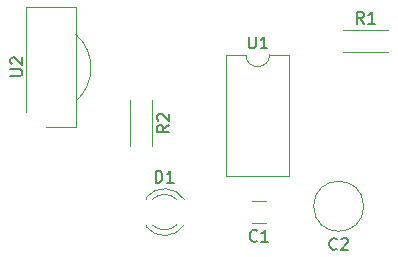
<source format=gbr>
%TF.GenerationSoftware,KiCad,Pcbnew,9.0.0*%
%TF.CreationDate,2025-03-14T20:33:42+05:30*%
%TF.ProjectId,ir-switch,69722d73-7769-4746-9368-2e6b69636164,rev?*%
%TF.SameCoordinates,Original*%
%TF.FileFunction,Legend,Top*%
%TF.FilePolarity,Positive*%
%FSLAX46Y46*%
G04 Gerber Fmt 4.6, Leading zero omitted, Abs format (unit mm)*
G04 Created by KiCad (PCBNEW 9.0.0) date 2025-03-14 20:33:42*
%MOMM*%
%LPD*%
G01*
G04 APERTURE LIST*
%ADD10C,0.150000*%
%ADD11C,0.120000*%
G04 APERTURE END LIST*
D10*
X138833333Y-88409580D02*
X138785714Y-88457200D01*
X138785714Y-88457200D02*
X138642857Y-88504819D01*
X138642857Y-88504819D02*
X138547619Y-88504819D01*
X138547619Y-88504819D02*
X138404762Y-88457200D01*
X138404762Y-88457200D02*
X138309524Y-88361961D01*
X138309524Y-88361961D02*
X138261905Y-88266723D01*
X138261905Y-88266723D02*
X138214286Y-88076247D01*
X138214286Y-88076247D02*
X138214286Y-87933390D01*
X138214286Y-87933390D02*
X138261905Y-87742914D01*
X138261905Y-87742914D02*
X138309524Y-87647676D01*
X138309524Y-87647676D02*
X138404762Y-87552438D01*
X138404762Y-87552438D02*
X138547619Y-87504819D01*
X138547619Y-87504819D02*
X138642857Y-87504819D01*
X138642857Y-87504819D02*
X138785714Y-87552438D01*
X138785714Y-87552438D02*
X138833333Y-87600057D01*
X139785714Y-88504819D02*
X139214286Y-88504819D01*
X139500000Y-88504819D02*
X139500000Y-87504819D01*
X139500000Y-87504819D02*
X139404762Y-87647676D01*
X139404762Y-87647676D02*
X139309524Y-87742914D01*
X139309524Y-87742914D02*
X139214286Y-87790533D01*
X145583333Y-89109580D02*
X145535714Y-89157200D01*
X145535714Y-89157200D02*
X145392857Y-89204819D01*
X145392857Y-89204819D02*
X145297619Y-89204819D01*
X145297619Y-89204819D02*
X145154762Y-89157200D01*
X145154762Y-89157200D02*
X145059524Y-89061961D01*
X145059524Y-89061961D02*
X145011905Y-88966723D01*
X145011905Y-88966723D02*
X144964286Y-88776247D01*
X144964286Y-88776247D02*
X144964286Y-88633390D01*
X144964286Y-88633390D02*
X145011905Y-88442914D01*
X145011905Y-88442914D02*
X145059524Y-88347676D01*
X145059524Y-88347676D02*
X145154762Y-88252438D01*
X145154762Y-88252438D02*
X145297619Y-88204819D01*
X145297619Y-88204819D02*
X145392857Y-88204819D01*
X145392857Y-88204819D02*
X145535714Y-88252438D01*
X145535714Y-88252438D02*
X145583333Y-88300057D01*
X145964286Y-88300057D02*
X146011905Y-88252438D01*
X146011905Y-88252438D02*
X146107143Y-88204819D01*
X146107143Y-88204819D02*
X146345238Y-88204819D01*
X146345238Y-88204819D02*
X146440476Y-88252438D01*
X146440476Y-88252438D02*
X146488095Y-88300057D01*
X146488095Y-88300057D02*
X146535714Y-88395295D01*
X146535714Y-88395295D02*
X146535714Y-88490533D01*
X146535714Y-88490533D02*
X146488095Y-88633390D01*
X146488095Y-88633390D02*
X145916667Y-89204819D01*
X145916667Y-89204819D02*
X146535714Y-89204819D01*
X130261905Y-83494819D02*
X130261905Y-82494819D01*
X130261905Y-82494819D02*
X130500000Y-82494819D01*
X130500000Y-82494819D02*
X130642857Y-82542438D01*
X130642857Y-82542438D02*
X130738095Y-82637676D01*
X130738095Y-82637676D02*
X130785714Y-82732914D01*
X130785714Y-82732914D02*
X130833333Y-82923390D01*
X130833333Y-82923390D02*
X130833333Y-83066247D01*
X130833333Y-83066247D02*
X130785714Y-83256723D01*
X130785714Y-83256723D02*
X130738095Y-83351961D01*
X130738095Y-83351961D02*
X130642857Y-83447200D01*
X130642857Y-83447200D02*
X130500000Y-83494819D01*
X130500000Y-83494819D02*
X130261905Y-83494819D01*
X131785714Y-83494819D02*
X131214286Y-83494819D01*
X131500000Y-83494819D02*
X131500000Y-82494819D01*
X131500000Y-82494819D02*
X131404762Y-82637676D01*
X131404762Y-82637676D02*
X131309524Y-82732914D01*
X131309524Y-82732914D02*
X131214286Y-82780533D01*
X117954819Y-74461904D02*
X118764342Y-74461904D01*
X118764342Y-74461904D02*
X118859580Y-74414285D01*
X118859580Y-74414285D02*
X118907200Y-74366666D01*
X118907200Y-74366666D02*
X118954819Y-74271428D01*
X118954819Y-74271428D02*
X118954819Y-74080952D01*
X118954819Y-74080952D02*
X118907200Y-73985714D01*
X118907200Y-73985714D02*
X118859580Y-73938095D01*
X118859580Y-73938095D02*
X118764342Y-73890476D01*
X118764342Y-73890476D02*
X117954819Y-73890476D01*
X118050057Y-73461904D02*
X118002438Y-73414285D01*
X118002438Y-73414285D02*
X117954819Y-73319047D01*
X117954819Y-73319047D02*
X117954819Y-73080952D01*
X117954819Y-73080952D02*
X118002438Y-72985714D01*
X118002438Y-72985714D02*
X118050057Y-72938095D01*
X118050057Y-72938095D02*
X118145295Y-72890476D01*
X118145295Y-72890476D02*
X118240533Y-72890476D01*
X118240533Y-72890476D02*
X118383390Y-72938095D01*
X118383390Y-72938095D02*
X118954819Y-73509523D01*
X118954819Y-73509523D02*
X118954819Y-72890476D01*
X138138095Y-71134819D02*
X138138095Y-71944342D01*
X138138095Y-71944342D02*
X138185714Y-72039580D01*
X138185714Y-72039580D02*
X138233333Y-72087200D01*
X138233333Y-72087200D02*
X138328571Y-72134819D01*
X138328571Y-72134819D02*
X138519047Y-72134819D01*
X138519047Y-72134819D02*
X138614285Y-72087200D01*
X138614285Y-72087200D02*
X138661904Y-72039580D01*
X138661904Y-72039580D02*
X138709523Y-71944342D01*
X138709523Y-71944342D02*
X138709523Y-71134819D01*
X139709523Y-72134819D02*
X139138095Y-72134819D01*
X139423809Y-72134819D02*
X139423809Y-71134819D01*
X139423809Y-71134819D02*
X139328571Y-71277676D01*
X139328571Y-71277676D02*
X139233333Y-71372914D01*
X139233333Y-71372914D02*
X139138095Y-71420533D01*
X131374819Y-78626666D02*
X130898628Y-78959999D01*
X131374819Y-79198094D02*
X130374819Y-79198094D01*
X130374819Y-79198094D02*
X130374819Y-78817142D01*
X130374819Y-78817142D02*
X130422438Y-78721904D01*
X130422438Y-78721904D02*
X130470057Y-78674285D01*
X130470057Y-78674285D02*
X130565295Y-78626666D01*
X130565295Y-78626666D02*
X130708152Y-78626666D01*
X130708152Y-78626666D02*
X130803390Y-78674285D01*
X130803390Y-78674285D02*
X130851009Y-78721904D01*
X130851009Y-78721904D02*
X130898628Y-78817142D01*
X130898628Y-78817142D02*
X130898628Y-79198094D01*
X130470057Y-78245713D02*
X130422438Y-78198094D01*
X130422438Y-78198094D02*
X130374819Y-78102856D01*
X130374819Y-78102856D02*
X130374819Y-77864761D01*
X130374819Y-77864761D02*
X130422438Y-77769523D01*
X130422438Y-77769523D02*
X130470057Y-77721904D01*
X130470057Y-77721904D02*
X130565295Y-77674285D01*
X130565295Y-77674285D02*
X130660533Y-77674285D01*
X130660533Y-77674285D02*
X130803390Y-77721904D01*
X130803390Y-77721904D02*
X131374819Y-78293332D01*
X131374819Y-78293332D02*
X131374819Y-77674285D01*
X147873333Y-70034819D02*
X147540000Y-69558628D01*
X147301905Y-70034819D02*
X147301905Y-69034819D01*
X147301905Y-69034819D02*
X147682857Y-69034819D01*
X147682857Y-69034819D02*
X147778095Y-69082438D01*
X147778095Y-69082438D02*
X147825714Y-69130057D01*
X147825714Y-69130057D02*
X147873333Y-69225295D01*
X147873333Y-69225295D02*
X147873333Y-69368152D01*
X147873333Y-69368152D02*
X147825714Y-69463390D01*
X147825714Y-69463390D02*
X147778095Y-69511009D01*
X147778095Y-69511009D02*
X147682857Y-69558628D01*
X147682857Y-69558628D02*
X147301905Y-69558628D01*
X148825714Y-70034819D02*
X148254286Y-70034819D01*
X148540000Y-70034819D02*
X148540000Y-69034819D01*
X148540000Y-69034819D02*
X148444762Y-69177676D01*
X148444762Y-69177676D02*
X148349524Y-69272914D01*
X148349524Y-69272914D02*
X148254286Y-69320533D01*
D11*
%TO.C,C1*%
X139629000Y-86920000D02*
X138371000Y-86920000D01*
X139629000Y-85080000D02*
X138371000Y-85080000D01*
%TO.C,C2*%
X147870000Y-85500000D02*
G75*
G02*
X143630000Y-85500000I-2120000J0D01*
G01*
X143630000Y-85500000D02*
G75*
G02*
X147870000Y-85500000I2120000J0D01*
G01*
%TO.C,D1*%
X129440000Y-84764000D02*
X129440000Y-84920000D01*
X129440000Y-87080000D02*
X129440000Y-87236000D01*
X129440000Y-84764484D02*
G75*
G02*
X132671397Y-84919939I1560000J-1235516D01*
G01*
X129959039Y-84920000D02*
G75*
G02*
X132040910Y-84919951I1040961J-1080000D01*
G01*
X132040910Y-87080049D02*
G75*
G02*
X129959039Y-87080000I-1040910J1080049D01*
G01*
X132671397Y-87080061D02*
G75*
G02*
X129440000Y-87235516I-1671397J1080061D01*
G01*
%TO.C,U2*%
X121000000Y-78800000D02*
X123500000Y-78800000D01*
X123500000Y-78800000D02*
X123500000Y-76600000D01*
X123500000Y-76600000D02*
X123500000Y-70900000D01*
X123500000Y-71000000D02*
X123500000Y-68600000D01*
X119300000Y-68600000D02*
X119300000Y-77500000D01*
X123500000Y-68600000D02*
X119300000Y-68600000D01*
X123500000Y-70950000D02*
G75*
G02*
X123504232Y-76606256I-2500000J-2830000D01*
G01*
%TO.C,U1*%
X136250000Y-72680000D02*
X136250000Y-82960000D01*
X136250000Y-82960000D02*
X141550000Y-82960000D01*
X137900000Y-72680000D02*
X136250000Y-72680000D01*
X141550000Y-72680000D02*
X139900000Y-72680000D01*
X141550000Y-82960000D02*
X141550000Y-72680000D01*
X139900000Y-72680000D02*
G75*
G02*
X137900000Y-72680000I-1000000J0D01*
G01*
%TO.C,R2*%
X129920000Y-76540000D02*
X129920000Y-80380000D01*
X128080000Y-76540000D02*
X128080000Y-80380000D01*
%TO.C,R1*%
X146120000Y-70580000D02*
X149960000Y-70580000D01*
X146120000Y-72420000D02*
X149960000Y-72420000D01*
%TD*%
M02*

</source>
